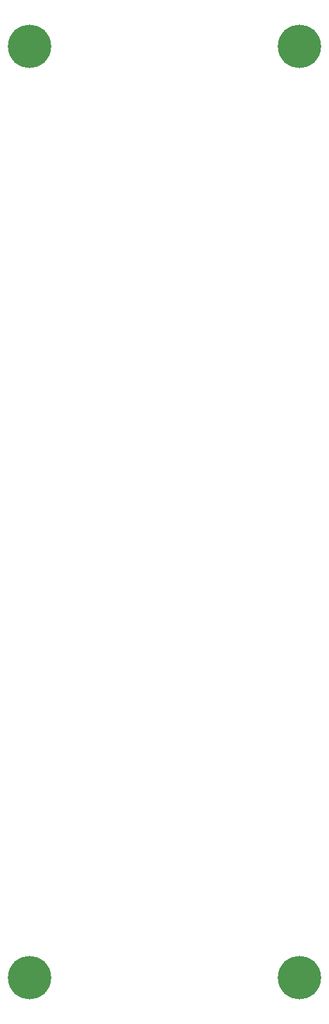
<source format=gbr>
%TF.GenerationSoftware,KiCad,Pcbnew,5.1.6-c6e7f7d~87~ubuntu18.04.1*%
%TF.CreationDate,2020-07-29T18:50:04-04:00*%
%TF.ProjectId,front_panel,66726f6e-745f-4706-916e-656c2e6b6963,rev?*%
%TF.SameCoordinates,Original*%
%TF.FileFunction,Soldermask,Top*%
%TF.FilePolarity,Negative*%
%FSLAX46Y46*%
G04 Gerber Fmt 4.6, Leading zero omitted, Abs format (unit mm)*
G04 Created by KiCad (PCBNEW 5.1.6-c6e7f7d~87~ubuntu18.04.1) date 2020-07-29 18:50:04*
%MOMM*%
%LPD*%
G01*
G04 APERTURE LIST*
%ADD10C,5.700000*%
G04 APERTURE END LIST*
D10*
%TO.C,H4*%
X43060000Y-125500000D03*
%TD*%
%TO.C,H3*%
X43060000Y-3000000D03*
%TD*%
%TO.C,H2*%
X7500000Y-125500000D03*
%TD*%
%TO.C,H1*%
X7500000Y-3000000D03*
%TD*%
M02*

</source>
